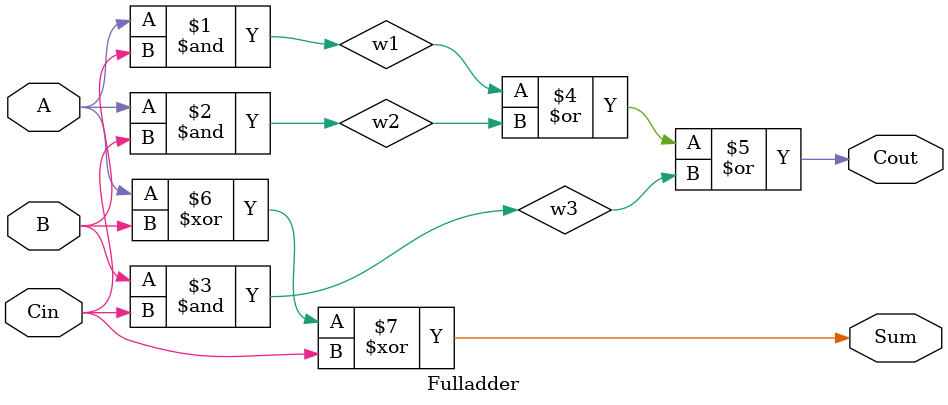
<source format=v>
`timescale 1ns / 1ps

module Fulladder(
    input A,
    input B,
    input Cin,
    output Cout,
    output Sum
    );
    
	 // wires (from ands to or)
    wire w1, w2, w3;
         
    // carry-out circuitry
    and( w1, A, B );
    and( w2, A, Cin );
    and( w3, B, Cin );
    or( Cout, w1, w2, w3 );
         
    // sum
    xor( Sum, A, B, Cin );

endmodule

</source>
